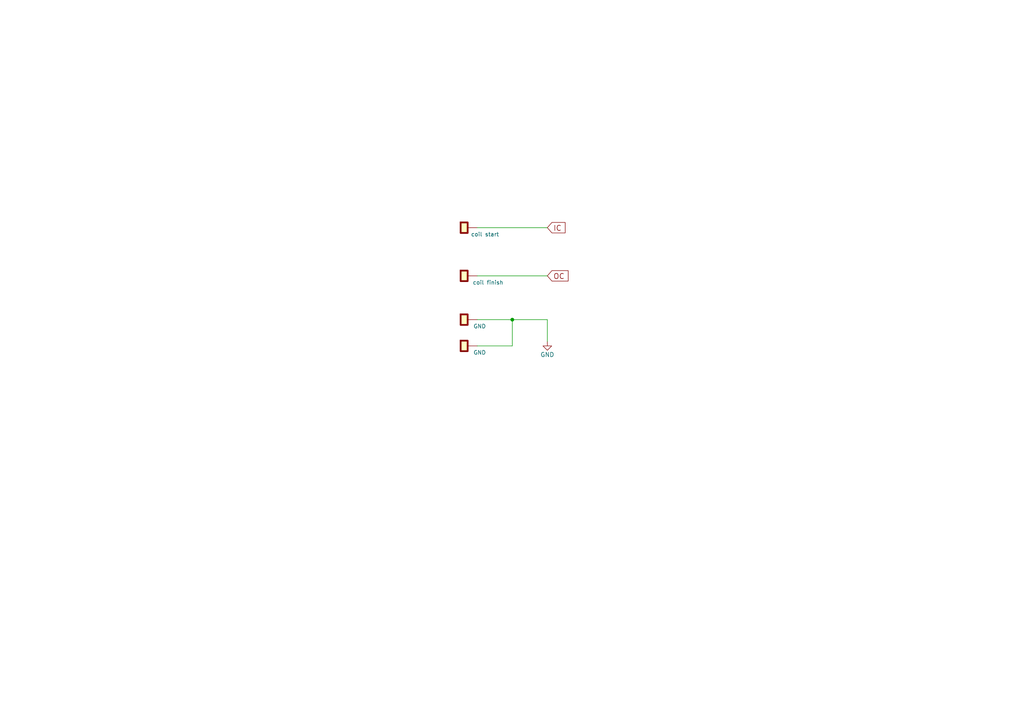
<source format=kicad_sch>
(kicad_sch (version 20211123) (generator eeschema)
  (paper "A4")
  (lib_symbols
    (symbol "nu_coil_base-rescue:single_pad_smd-cycfi_library" (pin_numbers hide) (pin_names (offset 1.016) hide)
      (property "Reference" "H" (at 0 7.62 0))
      (symbol "single_pad_smd-cycfi_library_0_1"
        (rectangle (start -1.524 2.286) (end 1.524 0.254) (stroke (width 0.508)) (fill (type background)))
      )
      (symbol "single_pad_smd-cycfi_library_1_1"
        (pin input line (at 0 -2.54 90) (length 2.54) (name "1") (number "1"))
      )
    )
    (symbol "power:GND" (power) (pin_names (offset 0))
      (property "Value" "GND" (at 0 -3.81 0))
      (symbol "GND_0_1"
        (polyline (pts (xy 0 0) (xy 0 -1.27) (xy 1.27 -1.27) (xy 0 -2.54) (xy -1.27 -1.27) (xy 0 -1.27)))
      )
      (symbol "GND_1_1"
        (pin power_in line (at 0 0 270) (length 0) hide (name "GND") (number "1"))
      )
    )
  )
  (junction (at 148.59 92.71))
  (wire (pts (xy 158.75 80.01) (xy 138.43 80.01)))
  (wire (pts (xy 148.59 92.71) (xy 158.75 92.71)))
  (wire (pts (xy 158.75 99.06) (xy 158.75 92.71)))
  (wire (pts (xy 138.43 92.71) (xy 148.59 92.71)))
  (wire (pts (xy 148.59 100.33) (xy 148.59 92.71)))
  (wire (pts (xy 138.43 100.33) (xy 148.59 100.33)))
  (wire (pts (xy 158.75 66.04) (xy 138.43 66.04)))
  (global_label "OC" (shape input) (at 158.75 80.01 0) (effects (font (size 1.524 1.524))) (property "Intersheet References" "${INTERSHEET_REFS}" (effects hide)))
  (global_label "IC" (shape input) (at 158.75 66.04 0) (effects (font (size 1.524 1.524))) (property "Intersheet References" "${INTERSHEET_REFS}" (effects hide)))
  (symbol (lib_id "nu_coil_base-rescue:single_pad_smd-cycfi_library") (at 135.89 66.04 90) (unit 1)
    (property "Reference" "SPAD1" (effects hide))
    (property "Value" "coil start" (at 144.78 67.31 90) (effects (font (size 1.143 1.143)) (justify left bottom)))
    (property "Footprint" "cycfi_library:single-pad-1.5x1.5-th" (effects hide))
  )
  (symbol (lib_id "nu_coil_base-rescue:single_pad_smd-cycfi_library") (at 135.89 80.01 90) (unit 1)
    (property "Reference" "FPAD1" (effects hide))
    (property "Value" "coil finish" (at 146.05 81.28 90) (effects (font (size 1.143 1.143)) (justify left bottom)))
    (property "Footprint" "cycfi_library:single-pad-1.5x1.5-th" (effects hide))
  )
  (symbol (lib_id "nu_coil_base-rescue:single_pad_smd-cycfi_library") (at 135.89 92.71 90) (unit 1)
    (property "Reference" "Magnet_PAD1" (effects hide))
    (property "Value" "GND" (at 140.97 93.98 90) (effects (font (size 1.143 1.143)) (justify left bottom)))
    (property "Footprint" "cycfi_library:nu_magnet_pad" (effects hide))
  )
  (symbol (lib_id "power:GND") (at 158.75 99.06 0) (unit 1)
    (property "Reference" "#PWR01" (effects hide))
    (property "Value" "GND" (at 158.75 102.87 0))
  )
  (symbol (lib_id "nu_coil_base-rescue:single_pad_smd-cycfi_library") (at 135.89 100.33 90) (unit 1)
    (property "Reference" "Gnd-Pad1" (effects hide))
    (property "Value" "GND" (at 140.97 101.6 90) (effects (font (size 1.143 1.143)) (justify left bottom)))
    (property "Footprint" "cycfi_library:single-pad-2x2-th" (effects hide))
  )
)
</source>
